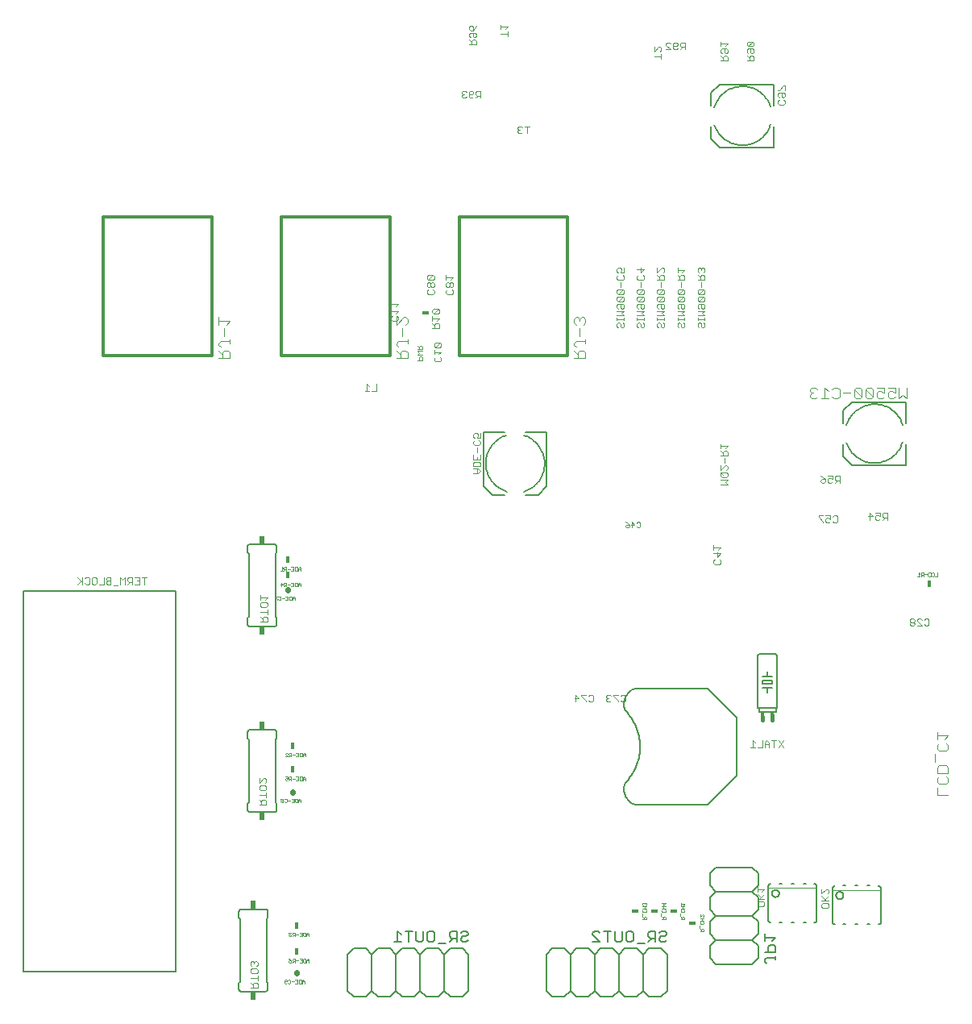
<source format=gbo>
G75*
G70*
%OFA0B0*%
%FSLAX24Y24*%
%IPPOS*%
%LPD*%
%AMOC8*
5,1,8,0,0,1.08239X$1,22.5*
%
%ADD10C,0.0030*%
%ADD11C,0.0220*%
%ADD12C,0.0010*%
%ADD13C,0.0080*%
%ADD14R,0.0180X0.0300*%
%ADD15R,0.0300X0.0180*%
%ADD16C,0.0060*%
%ADD17C,0.0050*%
%ADD18C,0.0040*%
%ADD19C,0.0020*%
%ADD20C,0.0160*%
%ADD21R,0.0160X0.0230*%
%ADD22R,0.0240X0.0340*%
%ADD23C,0.0120*%
D10*
X010528Y003509D02*
X010818Y003509D01*
X010818Y003655D01*
X010769Y003703D01*
X010673Y003703D01*
X010624Y003655D01*
X010624Y003509D01*
X010624Y003606D02*
X010528Y003703D01*
X010528Y003901D02*
X010818Y003901D01*
X010818Y003804D02*
X010818Y003998D01*
X010769Y004099D02*
X010576Y004099D01*
X010528Y004147D01*
X010528Y004244D01*
X010576Y004292D01*
X010769Y004292D01*
X010818Y004244D01*
X010818Y004147D01*
X010769Y004099D01*
X010769Y004393D02*
X010818Y004442D01*
X010818Y004539D01*
X010769Y004587D01*
X010721Y004587D01*
X010673Y004539D01*
X010624Y004587D01*
X010576Y004587D01*
X010528Y004539D01*
X010528Y004442D01*
X010576Y004393D01*
X010673Y004490D02*
X010673Y004539D01*
X010887Y011073D02*
X011177Y011073D01*
X011177Y011219D01*
X011129Y011267D01*
X011032Y011267D01*
X010984Y011219D01*
X010984Y011073D01*
X010984Y011170D02*
X010887Y011267D01*
X010887Y011465D02*
X011177Y011465D01*
X011177Y011368D02*
X011177Y011562D01*
X011129Y011663D02*
X010935Y011663D01*
X010887Y011711D01*
X010887Y011808D01*
X010935Y011856D01*
X011129Y011856D01*
X011177Y011808D01*
X011177Y011711D01*
X011129Y011663D01*
X011129Y011957D02*
X011177Y012006D01*
X011177Y012103D01*
X011129Y012151D01*
X011080Y012151D01*
X010887Y011957D01*
X010887Y012151D01*
X010936Y018647D02*
X011226Y018647D01*
X011226Y018792D01*
X011178Y018841D01*
X011081Y018841D01*
X011033Y018792D01*
X011033Y018647D01*
X011033Y018744D02*
X010936Y018841D01*
X010936Y019039D02*
X011226Y019039D01*
X011226Y019135D02*
X011226Y018942D01*
X011178Y019237D02*
X010984Y019237D01*
X010936Y019285D01*
X010936Y019382D01*
X010984Y019430D01*
X011178Y019430D01*
X011226Y019382D01*
X011226Y019285D01*
X011178Y019237D01*
X011130Y019531D02*
X011226Y019628D01*
X010936Y019628D01*
X010936Y019531D02*
X010936Y019725D01*
X006224Y020465D02*
X006030Y020465D01*
X006127Y020465D02*
X006127Y020175D01*
X005929Y020175D02*
X005736Y020175D01*
X005635Y020175D02*
X005635Y020465D01*
X005490Y020465D01*
X005441Y020417D01*
X005441Y020320D01*
X005490Y020272D01*
X005635Y020272D01*
X005538Y020272D02*
X005441Y020175D01*
X005340Y020175D02*
X005340Y020465D01*
X005243Y020369D01*
X005147Y020465D01*
X005147Y020175D01*
X005045Y020127D02*
X004852Y020127D01*
X004751Y020175D02*
X004606Y020175D01*
X004557Y020224D01*
X004557Y020272D01*
X004606Y020320D01*
X004751Y020320D01*
X004751Y020175D02*
X004751Y020465D01*
X004606Y020465D01*
X004557Y020417D01*
X004557Y020369D01*
X004606Y020320D01*
X004456Y020175D02*
X004263Y020175D01*
X004161Y020224D02*
X004113Y020175D01*
X004016Y020175D01*
X003968Y020224D01*
X003968Y020417D01*
X004016Y020465D01*
X004113Y020465D01*
X004161Y020417D01*
X004161Y020224D01*
X003867Y020224D02*
X003818Y020175D01*
X003722Y020175D01*
X003673Y020224D01*
X003572Y020272D02*
X003379Y020465D01*
X003572Y020465D02*
X003572Y020175D01*
X003524Y020320D02*
X003379Y020175D01*
X003673Y020417D02*
X003722Y020465D01*
X003818Y020465D01*
X003867Y020417D01*
X003867Y020224D01*
X004456Y020175D02*
X004456Y020465D01*
X005736Y020465D02*
X005929Y020465D01*
X005929Y020175D01*
X005929Y020320D02*
X005833Y020320D01*
X015253Y028168D02*
X015447Y028168D01*
X015350Y028168D02*
X015350Y028458D01*
X015447Y028362D01*
X015548Y028168D02*
X015741Y028168D01*
X015741Y028458D01*
X018123Y029436D02*
X018123Y029533D01*
X018171Y029581D01*
X018123Y029682D02*
X018123Y029876D01*
X018123Y029779D02*
X018413Y029779D01*
X018317Y029682D01*
X018365Y029581D02*
X018413Y029533D01*
X018413Y029436D01*
X018365Y029388D01*
X018171Y029388D01*
X018123Y029436D01*
X018171Y029977D02*
X018365Y030171D01*
X018171Y030171D01*
X018123Y030122D01*
X018123Y030026D01*
X018171Y029977D01*
X018365Y029977D01*
X018413Y030026D01*
X018413Y030122D01*
X018365Y030171D01*
X018335Y030779D02*
X018335Y030924D01*
X018287Y030972D01*
X018190Y030972D01*
X018142Y030924D01*
X018142Y030779D01*
X018142Y030876D02*
X018045Y030972D01*
X018045Y031074D02*
X018045Y031267D01*
X018045Y031170D02*
X018335Y031170D01*
X018239Y031074D01*
X018287Y031368D02*
X018335Y031417D01*
X018335Y031513D01*
X018287Y031562D01*
X018093Y031368D01*
X018045Y031417D01*
X018045Y031513D01*
X018093Y031562D01*
X018287Y031562D01*
X018287Y031368D02*
X018093Y031368D01*
X018045Y030779D02*
X018335Y030779D01*
X018071Y032167D02*
X017877Y032167D01*
X017829Y032216D01*
X017829Y032312D01*
X017877Y032361D01*
X017877Y032462D02*
X017926Y032462D01*
X017974Y032510D01*
X017974Y032607D01*
X017926Y032656D01*
X017877Y032656D01*
X017829Y032607D01*
X017829Y032510D01*
X017877Y032462D01*
X017974Y032510D02*
X018022Y032462D01*
X018071Y032462D01*
X018119Y032510D01*
X018119Y032607D01*
X018071Y032656D01*
X018022Y032656D01*
X017974Y032607D01*
X017877Y032757D02*
X018071Y032757D01*
X018119Y032805D01*
X018119Y032902D01*
X018071Y032950D01*
X017877Y032757D01*
X017829Y032805D01*
X017829Y032902D01*
X017877Y032950D01*
X018071Y032950D01*
X018616Y032950D02*
X018616Y032757D01*
X018616Y032853D02*
X018906Y032853D01*
X018810Y032757D01*
X018810Y032656D02*
X018761Y032607D01*
X018761Y032510D01*
X018810Y032462D01*
X018858Y032462D01*
X018906Y032510D01*
X018906Y032607D01*
X018858Y032656D01*
X018810Y032656D01*
X018761Y032607D02*
X018713Y032656D01*
X018665Y032656D01*
X018616Y032607D01*
X018616Y032510D01*
X018665Y032462D01*
X018713Y032462D01*
X018761Y032510D01*
X018665Y032361D02*
X018616Y032312D01*
X018616Y032216D01*
X018665Y032167D01*
X018858Y032167D01*
X018906Y032216D01*
X018906Y032312D01*
X018858Y032361D01*
X018119Y032312D02*
X018119Y032216D01*
X018071Y032167D01*
X018119Y032312D02*
X018071Y032361D01*
X016629Y031757D02*
X016339Y031757D01*
X016339Y031660D02*
X016339Y031854D01*
X016532Y031660D02*
X016629Y031757D01*
X016629Y031462D02*
X016339Y031462D01*
X016339Y031365D02*
X016339Y031559D01*
X016532Y031365D02*
X016629Y031462D01*
X016580Y031264D02*
X016629Y031216D01*
X016629Y031119D01*
X016580Y031071D01*
X016387Y031071D01*
X016339Y031119D01*
X016339Y031216D01*
X016387Y031264D01*
X019789Y026423D02*
X019741Y026374D01*
X019741Y026277D01*
X019789Y026229D01*
X019886Y026229D02*
X019935Y026326D01*
X019935Y026374D01*
X019886Y026423D01*
X019789Y026423D01*
X019886Y026229D02*
X020031Y026229D01*
X020031Y026423D01*
X019983Y026128D02*
X020031Y026079D01*
X020031Y025983D01*
X019983Y025934D01*
X019789Y025934D01*
X019741Y025983D01*
X019741Y026079D01*
X019789Y026128D01*
X019886Y025833D02*
X019886Y025640D01*
X019741Y025539D02*
X019741Y025345D01*
X020031Y025345D01*
X020031Y025539D01*
X019886Y025442D02*
X019886Y025345D01*
X019789Y025244D02*
X019983Y025244D01*
X020031Y025196D01*
X020031Y025050D01*
X019741Y025050D01*
X019741Y025196D01*
X019789Y025244D01*
X019741Y024949D02*
X019935Y024949D01*
X020031Y024852D01*
X019935Y024756D01*
X019741Y024756D01*
X019886Y024756D02*
X019886Y024949D01*
X025677Y030844D02*
X025726Y030795D01*
X025677Y030844D02*
X025677Y030940D01*
X025726Y030989D01*
X025774Y030989D01*
X025822Y030940D01*
X025822Y030844D01*
X025871Y030795D01*
X025919Y030795D01*
X025967Y030844D01*
X025967Y030940D01*
X025919Y030989D01*
X025967Y031090D02*
X025967Y031187D01*
X025967Y031138D02*
X025677Y031138D01*
X025677Y031090D02*
X025677Y031187D01*
X025677Y031286D02*
X025967Y031286D01*
X025871Y031383D01*
X025967Y031480D01*
X025677Y031480D01*
X025726Y031581D02*
X025677Y031629D01*
X025677Y031726D01*
X025726Y031775D01*
X025919Y031775D01*
X025967Y031726D01*
X025967Y031629D01*
X025919Y031581D01*
X025871Y031581D01*
X025822Y031629D01*
X025822Y031775D01*
X025726Y031876D02*
X025919Y032069D01*
X025726Y032069D01*
X025677Y032021D01*
X025677Y031924D01*
X025726Y031876D01*
X025919Y031876D01*
X025967Y031924D01*
X025967Y032021D01*
X025919Y032069D01*
X025919Y032170D02*
X025967Y032219D01*
X025967Y032315D01*
X025919Y032364D01*
X025726Y032170D01*
X025677Y032219D01*
X025677Y032315D01*
X025726Y032364D01*
X025919Y032364D01*
X025822Y032465D02*
X025822Y032659D01*
X025726Y032760D02*
X025677Y032808D01*
X025677Y032905D01*
X025726Y032953D01*
X025726Y033054D02*
X025677Y033103D01*
X025677Y033199D01*
X025726Y033248D01*
X025822Y033248D01*
X025871Y033199D01*
X025871Y033151D01*
X025822Y033054D01*
X025967Y033054D01*
X025967Y033248D01*
X025919Y032953D02*
X025967Y032905D01*
X025967Y032808D01*
X025919Y032760D01*
X025726Y032760D01*
X025726Y032170D02*
X025919Y032170D01*
X026514Y032219D02*
X026562Y032170D01*
X026756Y032364D01*
X026562Y032364D01*
X026514Y032315D01*
X026514Y032219D01*
X026562Y032170D02*
X026756Y032170D01*
X026804Y032219D01*
X026804Y032315D01*
X026756Y032364D01*
X026659Y032465D02*
X026659Y032659D01*
X026756Y032760D02*
X026562Y032760D01*
X026514Y032808D01*
X026514Y032905D01*
X026562Y032953D01*
X026659Y033054D02*
X026659Y033248D01*
X026804Y033199D02*
X026659Y033054D01*
X026756Y032953D02*
X026804Y032905D01*
X026804Y032808D01*
X026756Y032760D01*
X026804Y033199D02*
X026514Y033199D01*
X027350Y033248D02*
X027350Y033054D01*
X027544Y033248D01*
X027592Y033248D01*
X027641Y033199D01*
X027641Y033103D01*
X027592Y033054D01*
X027592Y032953D02*
X027496Y032953D01*
X027447Y032905D01*
X027447Y032760D01*
X027447Y032856D02*
X027350Y032953D01*
X027350Y032760D02*
X027641Y032760D01*
X027641Y032905D01*
X027592Y032953D01*
X027496Y032659D02*
X027496Y032465D01*
X027592Y032364D02*
X027399Y032170D01*
X027350Y032219D01*
X027350Y032315D01*
X027399Y032364D01*
X027592Y032364D01*
X027641Y032315D01*
X027641Y032219D01*
X027592Y032170D01*
X027399Y032170D01*
X027399Y032069D02*
X027350Y032021D01*
X027350Y031924D01*
X027399Y031876D01*
X027592Y032069D01*
X027399Y032069D01*
X027399Y031876D02*
X027592Y031876D01*
X027641Y031924D01*
X027641Y032021D01*
X027592Y032069D01*
X027592Y031775D02*
X027641Y031726D01*
X027641Y031629D01*
X027592Y031581D01*
X027544Y031581D01*
X027496Y031629D01*
X027496Y031775D01*
X027592Y031775D02*
X027399Y031775D01*
X027350Y031726D01*
X027350Y031629D01*
X027399Y031581D01*
X027350Y031480D02*
X027641Y031480D01*
X027544Y031383D01*
X027641Y031286D01*
X027350Y031286D01*
X027350Y031187D02*
X027350Y031090D01*
X027350Y031138D02*
X027641Y031138D01*
X027641Y031090D02*
X027641Y031187D01*
X027592Y030989D02*
X027641Y030940D01*
X027641Y030844D01*
X027592Y030795D01*
X027544Y030795D01*
X027496Y030844D01*
X027496Y030940D01*
X027447Y030989D01*
X027399Y030989D01*
X027350Y030940D01*
X027350Y030844D01*
X027399Y030795D01*
X026804Y030844D02*
X026756Y030795D01*
X026707Y030795D01*
X026659Y030844D01*
X026659Y030940D01*
X026611Y030989D01*
X026562Y030989D01*
X026514Y030940D01*
X026514Y030844D01*
X026562Y030795D01*
X026804Y030844D02*
X026804Y030940D01*
X026756Y030989D01*
X026804Y031090D02*
X026804Y031187D01*
X026804Y031138D02*
X026514Y031138D01*
X026514Y031090D02*
X026514Y031187D01*
X026514Y031286D02*
X026804Y031286D01*
X026707Y031383D01*
X026804Y031480D01*
X026514Y031480D01*
X026562Y031581D02*
X026514Y031629D01*
X026514Y031726D01*
X026562Y031775D01*
X026756Y031775D01*
X026804Y031726D01*
X026804Y031629D01*
X026756Y031581D01*
X026707Y031581D01*
X026659Y031629D01*
X026659Y031775D01*
X026756Y031876D02*
X026804Y031924D01*
X026804Y032021D01*
X026756Y032069D01*
X026562Y031876D01*
X026514Y031924D01*
X026514Y032021D01*
X026562Y032069D01*
X026756Y032069D01*
X026756Y031876D02*
X026562Y031876D01*
X028187Y031924D02*
X028235Y031876D01*
X028429Y032069D01*
X028235Y032069D01*
X028187Y032021D01*
X028187Y031924D01*
X028235Y031876D02*
X028429Y031876D01*
X028477Y031924D01*
X028477Y032021D01*
X028429Y032069D01*
X028429Y032170D02*
X028477Y032219D01*
X028477Y032315D01*
X028429Y032364D01*
X028235Y032170D01*
X028187Y032219D01*
X028187Y032315D01*
X028235Y032364D01*
X028429Y032364D01*
X028332Y032465D02*
X028332Y032659D01*
X028284Y032760D02*
X028284Y032905D01*
X028332Y032953D01*
X028429Y032953D01*
X028477Y032905D01*
X028477Y032760D01*
X028187Y032760D01*
X028284Y032856D02*
X028187Y032953D01*
X028187Y033054D02*
X028187Y033248D01*
X028187Y033151D02*
X028477Y033151D01*
X028381Y033054D01*
X029024Y033103D02*
X029072Y033054D01*
X029024Y033103D02*
X029024Y033199D01*
X029072Y033248D01*
X029120Y033248D01*
X029169Y033199D01*
X029169Y033151D01*
X029169Y033199D02*
X029217Y033248D01*
X029266Y033248D01*
X029314Y033199D01*
X029314Y033103D01*
X029266Y033054D01*
X029266Y032953D02*
X029169Y032953D01*
X029120Y032905D01*
X029120Y032760D01*
X029024Y032760D02*
X029314Y032760D01*
X029314Y032905D01*
X029266Y032953D01*
X029120Y032856D02*
X029024Y032953D01*
X029169Y032659D02*
X029169Y032465D01*
X029266Y032364D02*
X029072Y032170D01*
X029024Y032219D01*
X029024Y032315D01*
X029072Y032364D01*
X029266Y032364D01*
X029314Y032315D01*
X029314Y032219D01*
X029266Y032170D01*
X029072Y032170D01*
X029072Y032069D02*
X029024Y032021D01*
X029024Y031924D01*
X029072Y031876D01*
X029266Y032069D01*
X029072Y032069D01*
X029072Y031876D02*
X029266Y031876D01*
X029314Y031924D01*
X029314Y032021D01*
X029266Y032069D01*
X029266Y031775D02*
X029314Y031726D01*
X029314Y031629D01*
X029266Y031581D01*
X029217Y031581D01*
X029169Y031629D01*
X029169Y031775D01*
X029072Y031775D02*
X029266Y031775D01*
X029072Y031775D02*
X029024Y031726D01*
X029024Y031629D01*
X029072Y031581D01*
X029024Y031480D02*
X029314Y031480D01*
X029217Y031383D01*
X029314Y031286D01*
X029024Y031286D01*
X029024Y031187D02*
X029024Y031090D01*
X029024Y031138D02*
X029314Y031138D01*
X029314Y031090D02*
X029314Y031187D01*
X029266Y030989D02*
X029314Y030940D01*
X029314Y030844D01*
X029266Y030795D01*
X029217Y030795D01*
X029169Y030844D01*
X029169Y030940D01*
X029120Y030989D01*
X029072Y030989D01*
X029024Y030940D01*
X029024Y030844D01*
X029072Y030795D01*
X028477Y030844D02*
X028429Y030795D01*
X028381Y030795D01*
X028332Y030844D01*
X028332Y030940D01*
X028284Y030989D01*
X028235Y030989D01*
X028187Y030940D01*
X028187Y030844D01*
X028235Y030795D01*
X028477Y030844D02*
X028477Y030940D01*
X028429Y030989D01*
X028477Y031090D02*
X028477Y031187D01*
X028477Y031138D02*
X028187Y031138D01*
X028187Y031090D02*
X028187Y031187D01*
X028187Y031286D02*
X028477Y031286D01*
X028381Y031383D01*
X028477Y031480D01*
X028187Y031480D01*
X028235Y031581D02*
X028187Y031629D01*
X028187Y031726D01*
X028235Y031775D01*
X028429Y031775D01*
X028477Y031726D01*
X028477Y031629D01*
X028429Y031581D01*
X028381Y031581D01*
X028332Y031629D01*
X028332Y031775D01*
X028235Y032170D02*
X028429Y032170D01*
X029974Y025979D02*
X029974Y025786D01*
X029974Y025882D02*
X030264Y025882D01*
X030167Y025786D01*
X030119Y025685D02*
X030070Y025636D01*
X030070Y025491D01*
X029974Y025491D02*
X030264Y025491D01*
X030264Y025636D01*
X030216Y025685D01*
X030119Y025685D01*
X030070Y025588D02*
X029974Y025685D01*
X030119Y025390D02*
X030119Y025196D01*
X030167Y025095D02*
X030216Y025095D01*
X030264Y025047D01*
X030264Y024950D01*
X030216Y024902D01*
X030216Y024801D02*
X030022Y024801D01*
X029974Y024752D01*
X029974Y024655D01*
X030022Y024607D01*
X030216Y024607D01*
X030264Y024655D01*
X030264Y024752D01*
X030216Y024801D01*
X030070Y024704D02*
X029974Y024801D01*
X029974Y024902D02*
X030167Y025095D01*
X029974Y025095D02*
X029974Y024902D01*
X029974Y024506D02*
X030264Y024506D01*
X030167Y024409D01*
X030264Y024312D01*
X029974Y024312D01*
X029680Y021795D02*
X029680Y021601D01*
X029680Y021698D02*
X029970Y021698D01*
X029874Y021601D01*
X029825Y021500D02*
X029825Y021306D01*
X029970Y021452D01*
X029680Y021452D01*
X029728Y021205D02*
X029680Y021157D01*
X029680Y021060D01*
X029728Y021012D01*
X029922Y021012D01*
X029970Y021060D01*
X029970Y021157D01*
X029922Y021205D01*
X034018Y022974D02*
X034211Y022781D01*
X034211Y022732D01*
X034313Y022781D02*
X034361Y022732D01*
X034458Y022732D01*
X034506Y022781D01*
X034506Y022877D02*
X034409Y022926D01*
X034361Y022926D01*
X034313Y022877D01*
X034313Y022781D01*
X034506Y022877D02*
X034506Y023023D01*
X034313Y023023D01*
X034211Y023023D02*
X034018Y023023D01*
X034018Y022974D01*
X034607Y022974D02*
X034656Y023023D01*
X034752Y023023D01*
X034801Y022974D01*
X034801Y022781D01*
X034752Y022732D01*
X034656Y022732D01*
X034607Y022781D01*
X036074Y022991D02*
X036267Y022991D01*
X036122Y023136D01*
X036122Y022846D01*
X036368Y022894D02*
X036417Y022846D01*
X036513Y022846D01*
X036562Y022894D01*
X036562Y022991D02*
X036465Y023039D01*
X036417Y023039D01*
X036368Y022991D01*
X036368Y022894D01*
X036562Y022991D02*
X036562Y023136D01*
X036368Y023136D01*
X036663Y023088D02*
X036663Y022991D01*
X036711Y022943D01*
X036856Y022943D01*
X036760Y022943D02*
X036663Y022846D01*
X036856Y022846D02*
X036856Y023136D01*
X036711Y023136D01*
X036663Y023088D01*
X034888Y024371D02*
X034888Y024662D01*
X034743Y024662D01*
X034694Y024613D01*
X034694Y024517D01*
X034743Y024468D01*
X034888Y024468D01*
X034791Y024468D02*
X034694Y024371D01*
X034593Y024420D02*
X034545Y024371D01*
X034448Y024371D01*
X034400Y024420D01*
X034400Y024517D01*
X034448Y024565D01*
X034496Y024565D01*
X034593Y024517D01*
X034593Y024662D01*
X034400Y024662D01*
X034299Y024517D02*
X034202Y024613D01*
X034105Y024662D01*
X034153Y024517D02*
X034299Y024517D01*
X034299Y024420D01*
X034250Y024371D01*
X034153Y024371D01*
X034105Y024420D01*
X034105Y024468D01*
X034153Y024517D01*
X037846Y018758D02*
X037798Y018709D01*
X037798Y018661D01*
X037846Y018613D01*
X037943Y018613D01*
X037991Y018661D01*
X037991Y018709D01*
X037943Y018758D01*
X037846Y018758D01*
X037846Y018613D02*
X037798Y018564D01*
X037798Y018516D01*
X037846Y018467D01*
X037943Y018467D01*
X037991Y018516D01*
X037991Y018564D01*
X037943Y018613D01*
X038092Y018661D02*
X038092Y018709D01*
X038141Y018758D01*
X038237Y018758D01*
X038286Y018709D01*
X038387Y018709D02*
X038435Y018758D01*
X038532Y018758D01*
X038580Y018709D01*
X038580Y018516D01*
X038532Y018467D01*
X038435Y018467D01*
X038387Y018516D01*
X038286Y018467D02*
X038092Y018661D01*
X038092Y018467D02*
X038286Y018467D01*
X032570Y013726D02*
X032376Y013436D01*
X032570Y013436D02*
X032376Y013726D01*
X032275Y013726D02*
X032081Y013726D01*
X032178Y013726D02*
X032178Y013436D01*
X031980Y013436D02*
X031980Y013629D01*
X031884Y013726D01*
X031787Y013629D01*
X031787Y013436D01*
X031686Y013436D02*
X031492Y013436D01*
X031391Y013436D02*
X031198Y013436D01*
X031294Y013436D02*
X031294Y013726D01*
X031391Y013629D01*
X031686Y013726D02*
X031686Y013436D01*
X031787Y013581D02*
X031980Y013581D01*
X031487Y007659D02*
X031487Y007465D01*
X031487Y007562D02*
X031777Y007562D01*
X031680Y007465D01*
X031777Y007364D02*
X031583Y007171D01*
X031632Y007219D02*
X031487Y007364D01*
X031487Y007171D02*
X031777Y007171D01*
X031729Y007069D02*
X031777Y007021D01*
X031777Y006924D01*
X031729Y006876D01*
X031535Y006876D01*
X031487Y006924D01*
X031487Y007021D01*
X031535Y007069D01*
X031729Y007069D01*
X034144Y007092D02*
X034434Y007092D01*
X034386Y006991D02*
X034434Y006942D01*
X034434Y006846D01*
X034386Y006797D01*
X034193Y006797D01*
X034144Y006846D01*
X034144Y006942D01*
X034193Y006991D01*
X034386Y006991D01*
X034241Y007092D02*
X034434Y007285D01*
X034386Y007386D02*
X034434Y007435D01*
X034434Y007532D01*
X034386Y007580D01*
X034338Y007580D01*
X034144Y007386D01*
X034144Y007580D01*
X034144Y007285D02*
X034289Y007140D01*
X026031Y015366D02*
X025983Y015318D01*
X025886Y015318D01*
X025838Y015366D01*
X025737Y015366D02*
X025737Y015318D01*
X025737Y015366D02*
X025543Y015560D01*
X025543Y015608D01*
X025737Y015608D01*
X025838Y015560D02*
X025886Y015608D01*
X025983Y015608D01*
X026031Y015560D01*
X026031Y015366D01*
X025442Y015366D02*
X025393Y015318D01*
X025297Y015318D01*
X025248Y015366D01*
X025248Y015415D01*
X025297Y015463D01*
X025345Y015463D01*
X025297Y015463D02*
X025248Y015511D01*
X025248Y015560D01*
X025297Y015608D01*
X025393Y015608D01*
X025442Y015560D01*
X024702Y015560D02*
X024702Y015366D01*
X024654Y015318D01*
X024557Y015318D01*
X024509Y015366D01*
X024408Y015366D02*
X024408Y015318D01*
X024408Y015366D02*
X024214Y015560D01*
X024214Y015608D01*
X024408Y015608D01*
X024509Y015560D02*
X024557Y015608D01*
X024654Y015608D01*
X024702Y015560D01*
X024113Y015463D02*
X023920Y015463D01*
X023968Y015608D02*
X024113Y015463D01*
X023968Y015318D02*
X023968Y015608D01*
X021970Y038819D02*
X021970Y039109D01*
X021874Y039109D02*
X022067Y039109D01*
X021773Y039061D02*
X021724Y039109D01*
X021627Y039109D01*
X021579Y039061D01*
X021579Y039012D01*
X021627Y038964D01*
X021579Y038916D01*
X021579Y038867D01*
X021627Y038819D01*
X021724Y038819D01*
X021773Y038867D01*
X021676Y038964D02*
X021627Y038964D01*
X020043Y040283D02*
X020043Y040573D01*
X019898Y040573D01*
X019850Y040525D01*
X019850Y040428D01*
X019898Y040380D01*
X020043Y040380D01*
X019947Y040380D02*
X019850Y040283D01*
X019749Y040331D02*
X019700Y040283D01*
X019604Y040283D01*
X019555Y040331D01*
X019555Y040525D01*
X019604Y040573D01*
X019700Y040573D01*
X019749Y040525D01*
X019749Y040477D01*
X019700Y040428D01*
X019555Y040428D01*
X019454Y040331D02*
X019406Y040283D01*
X019309Y040283D01*
X019261Y040331D01*
X019261Y040380D01*
X019309Y040428D01*
X019357Y040428D01*
X019309Y040428D02*
X019261Y040477D01*
X019261Y040525D01*
X019309Y040573D01*
X019406Y040573D01*
X019454Y040525D01*
X019575Y042488D02*
X019865Y042488D01*
X019865Y042633D01*
X019817Y042682D01*
X019720Y042682D01*
X019672Y042633D01*
X019672Y042488D01*
X019672Y042585D02*
X019575Y042682D01*
X019623Y042783D02*
X019575Y042831D01*
X019575Y042928D01*
X019623Y042976D01*
X019817Y042976D01*
X019865Y042928D01*
X019865Y042831D01*
X019817Y042783D01*
X019768Y042783D01*
X019720Y042831D01*
X019720Y042976D01*
X019720Y043078D02*
X019720Y043223D01*
X019672Y043271D01*
X019623Y043271D01*
X019575Y043223D01*
X019575Y043126D01*
X019623Y043078D01*
X019720Y043078D01*
X019817Y043174D01*
X019865Y043271D01*
X020862Y043313D02*
X020862Y043119D01*
X020862Y043216D02*
X021152Y043216D01*
X021056Y043119D01*
X021152Y043018D02*
X021152Y042825D01*
X021152Y042922D02*
X020862Y042922D01*
X027221Y042398D02*
X027221Y042204D01*
X027414Y042398D01*
X027462Y042398D01*
X027511Y042349D01*
X027511Y042253D01*
X027462Y042204D01*
X027511Y042103D02*
X027511Y041909D01*
X027511Y042006D02*
X027221Y042006D01*
X027709Y042286D02*
X027902Y042286D01*
X027709Y042480D01*
X027709Y042528D01*
X027757Y042577D01*
X027854Y042577D01*
X027902Y042528D01*
X028004Y042528D02*
X028052Y042577D01*
X028149Y042577D01*
X028197Y042528D01*
X028197Y042480D01*
X028149Y042431D01*
X028004Y042431D01*
X028004Y042335D02*
X028004Y042528D01*
X028004Y042335D02*
X028052Y042286D01*
X028149Y042286D01*
X028197Y042335D01*
X028298Y042286D02*
X028395Y042383D01*
X028347Y042383D02*
X028492Y042383D01*
X028492Y042286D02*
X028492Y042577D01*
X028347Y042577D01*
X028298Y042528D01*
X028298Y042431D01*
X028347Y042383D01*
X029975Y042418D02*
X029975Y042611D01*
X029975Y042515D02*
X030266Y042515D01*
X030169Y042418D01*
X030217Y042317D02*
X030266Y042268D01*
X030266Y042172D01*
X030217Y042123D01*
X030169Y042123D01*
X030120Y042172D01*
X030120Y042317D01*
X030024Y042317D02*
X030217Y042317D01*
X030024Y042317D02*
X029975Y042268D01*
X029975Y042172D01*
X030024Y042123D01*
X029975Y042022D02*
X030072Y041925D01*
X030072Y041974D02*
X030072Y041829D01*
X029975Y041829D02*
X030266Y041829D01*
X030266Y041974D01*
X030217Y042022D01*
X030120Y042022D01*
X030072Y041974D01*
X031058Y042022D02*
X031155Y041925D01*
X031155Y041974D02*
X031155Y041829D01*
X031058Y041829D02*
X031348Y041829D01*
X031348Y041974D01*
X031300Y042022D01*
X031203Y042022D01*
X031155Y041974D01*
X031106Y042123D02*
X031058Y042172D01*
X031058Y042268D01*
X031106Y042317D01*
X031300Y042317D01*
X031348Y042268D01*
X031348Y042172D01*
X031300Y042123D01*
X031251Y042123D01*
X031203Y042172D01*
X031203Y042317D01*
X031106Y042418D02*
X031300Y042611D01*
X031106Y042611D01*
X031058Y042563D01*
X031058Y042466D01*
X031106Y042418D01*
X031300Y042418D01*
X031348Y042466D01*
X031348Y042563D01*
X031300Y042611D01*
X032581Y040793D02*
X032388Y040599D01*
X032339Y040599D01*
X032388Y040498D02*
X032581Y040498D01*
X032630Y040450D01*
X032630Y040353D01*
X032581Y040304D01*
X032533Y040304D01*
X032485Y040353D01*
X032485Y040498D01*
X032388Y040498D02*
X032339Y040450D01*
X032339Y040353D01*
X032388Y040304D01*
X032388Y040203D02*
X032339Y040155D01*
X032339Y040058D01*
X032388Y040010D01*
X032581Y040010D01*
X032630Y040058D01*
X032630Y040155D01*
X032581Y040203D01*
X032630Y040599D02*
X032630Y040793D01*
X032581Y040793D01*
D11*
X012076Y019969D02*
X012076Y019945D01*
X012272Y011603D02*
X012272Y011579D01*
X012420Y004123D02*
X012420Y004099D01*
D12*
X012370Y003828D02*
X012470Y003828D01*
X012470Y003678D01*
X012370Y003678D01*
X012323Y003753D02*
X012223Y003753D01*
X012176Y003803D02*
X012176Y003703D01*
X012151Y003678D01*
X012101Y003678D01*
X012076Y003703D01*
X012028Y003703D02*
X012003Y003678D01*
X011953Y003678D01*
X011928Y003703D01*
X011928Y003803D01*
X011953Y003828D01*
X012003Y003828D01*
X012028Y003803D01*
X012028Y003778D01*
X012003Y003753D01*
X011928Y003753D01*
X012076Y003803D02*
X012101Y003828D01*
X012151Y003828D01*
X012176Y003803D01*
X012420Y003753D02*
X012470Y003753D01*
X012518Y003803D02*
X012543Y003828D01*
X012618Y003828D01*
X012618Y003678D01*
X012543Y003678D01*
X012518Y003703D01*
X012518Y003803D01*
X012665Y003778D02*
X012665Y003678D01*
X012665Y003753D02*
X012765Y003753D01*
X012765Y003778D02*
X012715Y003828D01*
X012665Y003778D01*
X012765Y003778D02*
X012765Y003678D01*
X012802Y004542D02*
X012727Y004542D01*
X012702Y004567D01*
X012702Y004667D01*
X012727Y004692D01*
X012802Y004692D01*
X012802Y004542D01*
X012849Y004542D02*
X012849Y004642D01*
X012899Y004692D01*
X012949Y004642D01*
X012949Y004542D01*
X012949Y004617D02*
X012849Y004617D01*
X012654Y004617D02*
X012604Y004617D01*
X012554Y004692D02*
X012654Y004692D01*
X012654Y004542D01*
X012554Y004542D01*
X012507Y004617D02*
X012407Y004617D01*
X012360Y004592D02*
X012285Y004592D01*
X012260Y004617D01*
X012260Y004667D01*
X012285Y004692D01*
X012360Y004692D01*
X012360Y004542D01*
X012310Y004592D02*
X012260Y004542D01*
X012212Y004567D02*
X012187Y004542D01*
X012137Y004542D01*
X012112Y004567D01*
X012112Y004592D01*
X012137Y004617D01*
X012212Y004617D01*
X012212Y004567D01*
X012212Y004617D02*
X012162Y004667D01*
X012112Y004692D01*
X012137Y005625D02*
X012187Y005625D01*
X012212Y005650D01*
X012260Y005625D02*
X012310Y005675D01*
X012285Y005675D02*
X012360Y005675D01*
X012360Y005625D02*
X012360Y005775D01*
X012285Y005775D01*
X012260Y005750D01*
X012260Y005700D01*
X012285Y005675D01*
X012212Y005750D02*
X012187Y005775D01*
X012137Y005775D01*
X012112Y005750D01*
X012112Y005725D01*
X012137Y005700D01*
X012112Y005675D01*
X012112Y005650D01*
X012137Y005625D01*
X012137Y005700D02*
X012162Y005700D01*
X012407Y005700D02*
X012507Y005700D01*
X012554Y005775D02*
X012654Y005775D01*
X012654Y005625D01*
X012554Y005625D01*
X012604Y005700D02*
X012654Y005700D01*
X012702Y005750D02*
X012727Y005775D01*
X012802Y005775D01*
X012802Y005625D01*
X012727Y005625D01*
X012702Y005650D01*
X012702Y005750D01*
X012849Y005725D02*
X012849Y005625D01*
X012849Y005700D02*
X012949Y005700D01*
X012949Y005725D02*
X012899Y005775D01*
X012849Y005725D01*
X012949Y005725D02*
X012949Y005625D01*
X012617Y011158D02*
X012617Y011258D01*
X012567Y011308D01*
X012517Y011258D01*
X012517Y011158D01*
X012470Y011158D02*
X012395Y011158D01*
X012370Y011183D01*
X012370Y011283D01*
X012395Y011308D01*
X012470Y011308D01*
X012470Y011158D01*
X012517Y011233D02*
X012617Y011233D01*
X012323Y011233D02*
X012273Y011233D01*
X012323Y011158D02*
X012223Y011158D01*
X012175Y011233D02*
X012075Y011233D01*
X012028Y011183D02*
X012003Y011158D01*
X011953Y011158D01*
X011928Y011183D01*
X011881Y011183D02*
X011881Y011208D01*
X011856Y011233D01*
X011806Y011233D01*
X011781Y011208D01*
X011781Y011183D01*
X011806Y011158D01*
X011856Y011158D01*
X011881Y011183D01*
X011856Y011233D02*
X011881Y011258D01*
X011881Y011283D01*
X011856Y011308D01*
X011806Y011308D01*
X011781Y011283D01*
X011781Y011258D01*
X011806Y011233D01*
X011928Y011283D02*
X011953Y011308D01*
X012003Y011308D01*
X012028Y011283D01*
X012028Y011183D01*
X012223Y011308D02*
X012323Y011308D01*
X012323Y011158D01*
X012407Y012071D02*
X012507Y012071D01*
X012507Y012222D01*
X012407Y012222D01*
X012359Y012146D02*
X012259Y012146D01*
X012212Y012121D02*
X012137Y012121D01*
X012112Y012146D01*
X012112Y012196D01*
X012137Y012222D01*
X012212Y012222D01*
X012212Y012071D01*
X012162Y012121D02*
X012112Y012071D01*
X012065Y012096D02*
X012040Y012071D01*
X011990Y012071D01*
X011965Y012096D01*
X011965Y012146D01*
X011990Y012171D01*
X012015Y012171D01*
X012065Y012146D01*
X012065Y012222D01*
X011965Y012222D01*
X012457Y012146D02*
X012507Y012146D01*
X012554Y012096D02*
X012554Y012196D01*
X012579Y012222D01*
X012654Y012222D01*
X012654Y012071D01*
X012579Y012071D01*
X012554Y012096D01*
X012701Y012071D02*
X012701Y012171D01*
X012751Y012222D01*
X012801Y012171D01*
X012801Y012071D01*
X012801Y012146D02*
X012701Y012146D01*
X012701Y013056D02*
X012701Y013156D01*
X012751Y013206D01*
X012801Y013156D01*
X012801Y013056D01*
X012801Y013131D02*
X012701Y013131D01*
X012654Y013206D02*
X012654Y013056D01*
X012579Y013056D01*
X012554Y013081D01*
X012554Y013181D01*
X012579Y013206D01*
X012654Y013206D01*
X012507Y013206D02*
X012507Y013056D01*
X012407Y013056D01*
X012359Y013131D02*
X012259Y013131D01*
X012212Y013106D02*
X012137Y013106D01*
X012112Y013131D01*
X012112Y013181D01*
X012137Y013206D01*
X012212Y013206D01*
X012212Y013056D01*
X012162Y013106D02*
X012112Y013056D01*
X012065Y013056D02*
X011965Y013156D01*
X011965Y013181D01*
X011990Y013206D01*
X012040Y013206D01*
X012065Y013181D01*
X012065Y013056D02*
X011965Y013056D01*
X012407Y013206D02*
X012507Y013206D01*
X012507Y013131D02*
X012457Y013131D01*
X012371Y019524D02*
X012371Y019624D01*
X012321Y019674D01*
X012271Y019624D01*
X012271Y019524D01*
X012224Y019524D02*
X012149Y019524D01*
X012124Y019549D01*
X012124Y019649D01*
X012149Y019674D01*
X012224Y019674D01*
X012224Y019524D01*
X012271Y019599D02*
X012371Y019599D01*
X012077Y019599D02*
X012027Y019599D01*
X012077Y019674D02*
X012077Y019524D01*
X011977Y019524D01*
X011929Y019599D02*
X011829Y019599D01*
X011782Y019649D02*
X011782Y019549D01*
X011757Y019524D01*
X011707Y019524D01*
X011682Y019549D01*
X011635Y019549D02*
X011635Y019524D01*
X011635Y019549D02*
X011535Y019649D01*
X011535Y019674D01*
X011635Y019674D01*
X011682Y019649D02*
X011707Y019674D01*
X011757Y019674D01*
X011782Y019649D01*
X011977Y019674D02*
X012077Y019674D01*
X012015Y020093D02*
X012015Y020243D01*
X011940Y020243D01*
X011915Y020218D01*
X011915Y020168D01*
X011940Y020143D01*
X012015Y020143D01*
X011965Y020143D02*
X011915Y020093D01*
X011868Y020168D02*
X011768Y020168D01*
X011793Y020093D02*
X011793Y020243D01*
X011868Y020168D01*
X012062Y020168D02*
X012163Y020168D01*
X012210Y020093D02*
X012310Y020093D01*
X012310Y020243D01*
X012210Y020243D01*
X012260Y020168D02*
X012310Y020168D01*
X012357Y020118D02*
X012357Y020218D01*
X012382Y020243D01*
X012457Y020243D01*
X012457Y020093D01*
X012382Y020093D01*
X012357Y020118D01*
X012504Y020093D02*
X012504Y020193D01*
X012555Y020243D01*
X012605Y020193D01*
X012605Y020093D01*
X012605Y020168D02*
X012504Y020168D01*
X012504Y020733D02*
X012504Y020833D01*
X012555Y020883D01*
X012605Y020833D01*
X012605Y020733D01*
X012605Y020808D02*
X012504Y020808D01*
X012457Y020883D02*
X012382Y020883D01*
X012357Y020858D01*
X012357Y020758D01*
X012382Y020733D01*
X012457Y020733D01*
X012457Y020883D01*
X012310Y020883D02*
X012310Y020733D01*
X012210Y020733D01*
X012163Y020808D02*
X012062Y020808D01*
X012015Y020783D02*
X011940Y020783D01*
X011915Y020808D01*
X011915Y020858D01*
X011940Y020883D01*
X012015Y020883D01*
X012015Y020733D01*
X011965Y020783D02*
X011915Y020733D01*
X011868Y020733D02*
X011768Y020733D01*
X011818Y020733D02*
X011818Y020883D01*
X011868Y020833D01*
X012210Y020883D02*
X012310Y020883D01*
X012310Y020808D02*
X012260Y020808D01*
X026751Y006989D02*
X026751Y006939D01*
X026776Y006914D01*
X026751Y006867D02*
X026901Y006867D01*
X026876Y006914D02*
X026901Y006939D01*
X026901Y006989D01*
X026876Y007014D01*
X026851Y007014D01*
X026826Y006989D01*
X026801Y007014D01*
X026776Y007014D01*
X026751Y006989D01*
X026826Y006989D02*
X026826Y006964D01*
X026826Y006867D02*
X026826Y006767D01*
X026876Y006720D02*
X026901Y006695D01*
X026901Y006645D01*
X026876Y006620D01*
X026776Y006620D01*
X026751Y006645D01*
X026751Y006695D01*
X026776Y006720D01*
X026751Y006767D02*
X026901Y006767D01*
X026726Y006572D02*
X026726Y006472D01*
X026751Y006425D02*
X026801Y006375D01*
X026801Y006400D02*
X026801Y006325D01*
X026751Y006325D02*
X026901Y006325D01*
X026901Y006400D01*
X026876Y006425D01*
X026826Y006425D01*
X026801Y006400D01*
X027513Y006472D02*
X027513Y006572D01*
X027563Y006620D02*
X027538Y006645D01*
X027538Y006695D01*
X027563Y006720D01*
X027538Y006767D02*
X027688Y006767D01*
X027663Y006720D02*
X027688Y006695D01*
X027688Y006645D01*
X027663Y006620D01*
X027563Y006620D01*
X027613Y006767D02*
X027613Y006867D01*
X027613Y006914D02*
X027613Y007014D01*
X027538Y006989D02*
X027688Y006989D01*
X027613Y006914D01*
X027688Y006867D02*
X027538Y006867D01*
X027538Y006425D02*
X027588Y006375D01*
X027588Y006400D02*
X027588Y006325D01*
X027538Y006325D02*
X027688Y006325D01*
X027688Y006400D01*
X027663Y006425D01*
X027613Y006425D01*
X027588Y006400D01*
X028300Y006472D02*
X028300Y006572D01*
X028350Y006620D02*
X028325Y006645D01*
X028325Y006695D01*
X028350Y006720D01*
X028325Y006767D02*
X028476Y006767D01*
X028451Y006720D02*
X028476Y006695D01*
X028476Y006645D01*
X028451Y006620D01*
X028350Y006620D01*
X028401Y006767D02*
X028401Y006867D01*
X028426Y006914D02*
X028476Y006964D01*
X028325Y006964D01*
X028325Y006914D02*
X028325Y007014D01*
X028325Y006867D02*
X028476Y006867D01*
X028451Y006425D02*
X028401Y006425D01*
X028376Y006400D01*
X028376Y006325D01*
X028376Y006375D02*
X028325Y006425D01*
X028325Y006325D02*
X028476Y006325D01*
X028476Y006400D01*
X028451Y006425D01*
X029118Y006417D02*
X029218Y006517D01*
X029243Y006517D01*
X029268Y006492D01*
X029268Y006442D01*
X029243Y006417D01*
X029268Y006370D02*
X029118Y006370D01*
X029118Y006417D02*
X029118Y006517D01*
X029193Y006370D02*
X029193Y006270D01*
X029243Y006223D02*
X029268Y006198D01*
X029268Y006148D01*
X029243Y006123D01*
X029143Y006123D01*
X029118Y006148D01*
X029118Y006198D01*
X029143Y006223D01*
X029118Y006270D02*
X029268Y006270D01*
X029093Y006075D02*
X029093Y005975D01*
X029118Y005928D02*
X029168Y005878D01*
X029168Y005903D02*
X029168Y005828D01*
X029118Y005828D02*
X029268Y005828D01*
X029268Y005903D01*
X029243Y005928D01*
X029193Y005928D01*
X029168Y005903D01*
X038109Y020509D02*
X038210Y020509D01*
X038257Y020509D02*
X038307Y020559D01*
X038282Y020559D02*
X038357Y020559D01*
X038357Y020509D02*
X038357Y020659D01*
X038282Y020659D01*
X038257Y020634D01*
X038257Y020584D01*
X038282Y020559D01*
X038210Y020609D02*
X038160Y020659D01*
X038160Y020509D01*
X038404Y020584D02*
X038504Y020584D01*
X038551Y020634D02*
X038576Y020659D01*
X038652Y020659D01*
X038652Y020509D01*
X038576Y020509D01*
X038551Y020534D01*
X038551Y020634D01*
X038699Y020634D02*
X038724Y020659D01*
X038774Y020659D01*
X038799Y020634D01*
X038799Y020534D01*
X038774Y020509D01*
X038724Y020509D01*
X038699Y020534D01*
X038846Y020509D02*
X038946Y020509D01*
X038946Y020659D01*
D13*
X037637Y025105D02*
X035393Y025105D01*
X035038Y025459D01*
X035038Y025971D01*
X035038Y026837D02*
X035038Y027349D01*
X035393Y027704D01*
X037637Y027704D01*
X037637Y026837D01*
X037637Y025971D02*
X037637Y025105D01*
X037498Y026778D02*
X037475Y026843D01*
X037449Y026906D01*
X037419Y026967D01*
X037385Y027027D01*
X037349Y027085D01*
X037309Y027141D01*
X037266Y027194D01*
X037220Y027245D01*
X037171Y027293D01*
X037120Y027338D01*
X037066Y027381D01*
X037010Y027420D01*
X036952Y027456D01*
X036891Y027489D01*
X036829Y027518D01*
X036766Y027544D01*
X036701Y027566D01*
X036635Y027585D01*
X036568Y027599D01*
X036501Y027610D01*
X036432Y027617D01*
X036364Y027621D01*
X036295Y027620D01*
X036227Y027616D01*
X036159Y027607D01*
X036092Y027595D01*
X036025Y027580D01*
X035959Y027560D01*
X035895Y027537D01*
X035832Y027510D01*
X035770Y027479D01*
X035711Y027446D01*
X035653Y027409D01*
X035598Y027368D01*
X035545Y027325D01*
X035494Y027279D01*
X035446Y027230D01*
X035401Y027178D01*
X035359Y027124D01*
X035320Y027068D01*
X035284Y027009D01*
X035252Y026949D01*
X035223Y026887D01*
X035197Y026823D01*
X035176Y026758D01*
X035176Y026030D02*
X035199Y025965D01*
X035225Y025902D01*
X035255Y025841D01*
X035289Y025781D01*
X035325Y025723D01*
X035365Y025667D01*
X035408Y025614D01*
X035454Y025563D01*
X035503Y025515D01*
X035554Y025470D01*
X035608Y025427D01*
X035664Y025388D01*
X035722Y025352D01*
X035783Y025319D01*
X035845Y025290D01*
X035908Y025264D01*
X035973Y025242D01*
X036039Y025223D01*
X036106Y025209D01*
X036173Y025198D01*
X036242Y025191D01*
X036310Y025187D01*
X036379Y025188D01*
X036447Y025192D01*
X036515Y025201D01*
X036582Y025213D01*
X036649Y025228D01*
X036715Y025248D01*
X036779Y025271D01*
X036842Y025298D01*
X036904Y025329D01*
X036963Y025362D01*
X037021Y025399D01*
X037076Y025440D01*
X037129Y025483D01*
X037180Y025529D01*
X037228Y025578D01*
X037273Y025630D01*
X037315Y025684D01*
X037354Y025740D01*
X037390Y025799D01*
X037422Y025859D01*
X037451Y025921D01*
X037477Y025985D01*
X037498Y026050D01*
X029419Y015861D02*
X026419Y015861D01*
X026371Y015840D01*
X026325Y015816D01*
X026281Y015789D01*
X026239Y015758D01*
X026199Y015724D01*
X026162Y015688D01*
X026128Y015649D01*
X026097Y015607D01*
X026069Y015563D01*
X026044Y015517D01*
X026023Y015470D01*
X026005Y015421D01*
X025992Y015371D01*
X025981Y015319D01*
X025975Y015268D01*
X025973Y015216D01*
X025975Y015164D01*
X025980Y015112D01*
X025989Y015061D01*
X026003Y015010D01*
X026019Y014961D01*
X026088Y014888D01*
X026155Y014811D01*
X026217Y014732D01*
X026276Y014650D01*
X026330Y014565D01*
X026381Y014477D01*
X026427Y014388D01*
X026469Y014296D01*
X026506Y014202D01*
X026539Y014107D01*
X026568Y014010D01*
X026592Y013912D01*
X026611Y013813D01*
X026625Y013713D01*
X026635Y013612D01*
X026639Y013511D01*
X026639Y013411D01*
X026635Y013310D01*
X026625Y013209D01*
X026611Y013109D01*
X026592Y013010D01*
X026568Y012912D01*
X026539Y012815D01*
X026506Y012720D01*
X026469Y012626D01*
X026427Y012534D01*
X026381Y012445D01*
X026330Y012357D01*
X026276Y012272D01*
X026217Y012190D01*
X026155Y012111D01*
X026088Y012034D01*
X026019Y011961D01*
X026003Y011912D01*
X025989Y011861D01*
X025980Y011810D01*
X025975Y011758D01*
X025973Y011706D01*
X025975Y011654D01*
X025981Y011603D01*
X025992Y011551D01*
X026005Y011501D01*
X026023Y011452D01*
X026044Y011405D01*
X026069Y011359D01*
X026097Y011315D01*
X026128Y011273D01*
X026162Y011234D01*
X026199Y011198D01*
X026239Y011164D01*
X026281Y011133D01*
X026325Y011106D01*
X026371Y011082D01*
X026419Y011061D01*
X029419Y011061D01*
X030619Y012261D01*
X030619Y014661D01*
X029419Y015861D01*
X022420Y023875D02*
X021908Y023875D01*
X022420Y023875D02*
X022774Y024229D01*
X022774Y026473D01*
X021908Y026473D01*
X021042Y026473D02*
X020176Y026473D01*
X020176Y024229D01*
X020530Y023875D01*
X021042Y023875D01*
X021849Y024013D02*
X021914Y024036D01*
X021977Y024062D01*
X022038Y024092D01*
X022098Y024126D01*
X022156Y024162D01*
X022212Y024202D01*
X022265Y024245D01*
X022316Y024291D01*
X022364Y024340D01*
X022409Y024391D01*
X022452Y024445D01*
X022491Y024501D01*
X022527Y024559D01*
X022560Y024620D01*
X022589Y024682D01*
X022615Y024745D01*
X022637Y024810D01*
X022656Y024876D01*
X022670Y024943D01*
X022681Y025010D01*
X022688Y025079D01*
X022692Y025147D01*
X022691Y025216D01*
X022687Y025284D01*
X022678Y025352D01*
X022666Y025419D01*
X022651Y025486D01*
X022631Y025552D01*
X022608Y025616D01*
X022581Y025679D01*
X022550Y025741D01*
X022517Y025800D01*
X022480Y025858D01*
X022439Y025913D01*
X022396Y025966D01*
X022350Y026017D01*
X022301Y026065D01*
X022249Y026110D01*
X022195Y026152D01*
X022139Y026191D01*
X022080Y026227D01*
X022020Y026259D01*
X021958Y026288D01*
X021894Y026314D01*
X021829Y026335D01*
X021101Y026335D02*
X021036Y026312D01*
X020973Y026286D01*
X020912Y026256D01*
X020852Y026222D01*
X020794Y026186D01*
X020738Y026146D01*
X020685Y026103D01*
X020634Y026057D01*
X020586Y026008D01*
X020541Y025957D01*
X020498Y025903D01*
X020459Y025847D01*
X020423Y025789D01*
X020390Y025728D01*
X020361Y025666D01*
X020335Y025603D01*
X020313Y025538D01*
X020294Y025472D01*
X020280Y025405D01*
X020269Y025338D01*
X020262Y025269D01*
X020258Y025201D01*
X020259Y025132D01*
X020263Y025064D01*
X020272Y024996D01*
X020284Y024929D01*
X020299Y024862D01*
X020319Y024796D01*
X020342Y024732D01*
X020369Y024669D01*
X020400Y024607D01*
X020433Y024548D01*
X020470Y024490D01*
X020511Y024435D01*
X020554Y024382D01*
X020600Y024331D01*
X020649Y024283D01*
X020701Y024238D01*
X020755Y024196D01*
X020811Y024157D01*
X020870Y024121D01*
X020930Y024089D01*
X020992Y024060D01*
X021056Y024034D01*
X021121Y024013D01*
X029930Y038245D02*
X029576Y038599D01*
X029576Y039111D01*
X029930Y038245D02*
X032174Y038245D01*
X032174Y039111D01*
X032174Y039977D02*
X032174Y040843D01*
X029930Y040843D01*
X029576Y040489D01*
X029576Y039977D01*
X029714Y039170D02*
X029737Y039105D01*
X029763Y039042D01*
X029793Y038981D01*
X029827Y038921D01*
X029863Y038863D01*
X029903Y038807D01*
X029946Y038754D01*
X029992Y038703D01*
X030041Y038655D01*
X030092Y038610D01*
X030146Y038567D01*
X030202Y038528D01*
X030260Y038492D01*
X030321Y038459D01*
X030383Y038430D01*
X030446Y038404D01*
X030511Y038382D01*
X030577Y038363D01*
X030644Y038349D01*
X030711Y038338D01*
X030780Y038331D01*
X030848Y038327D01*
X030917Y038328D01*
X030985Y038332D01*
X031053Y038341D01*
X031120Y038353D01*
X031187Y038368D01*
X031253Y038388D01*
X031317Y038411D01*
X031380Y038438D01*
X031442Y038469D01*
X031501Y038502D01*
X031559Y038539D01*
X031614Y038580D01*
X031667Y038623D01*
X031718Y038669D01*
X031766Y038718D01*
X031811Y038770D01*
X031853Y038824D01*
X031892Y038880D01*
X031928Y038939D01*
X031960Y038999D01*
X031989Y039061D01*
X032015Y039125D01*
X032036Y039190D01*
X032036Y039918D02*
X032013Y039983D01*
X031987Y040046D01*
X031957Y040107D01*
X031923Y040167D01*
X031887Y040225D01*
X031847Y040281D01*
X031804Y040334D01*
X031758Y040385D01*
X031709Y040433D01*
X031658Y040478D01*
X031604Y040521D01*
X031548Y040560D01*
X031490Y040596D01*
X031429Y040629D01*
X031367Y040658D01*
X031304Y040684D01*
X031239Y040706D01*
X031173Y040725D01*
X031106Y040739D01*
X031039Y040750D01*
X030970Y040757D01*
X030902Y040761D01*
X030833Y040760D01*
X030765Y040756D01*
X030697Y040747D01*
X030630Y040735D01*
X030563Y040720D01*
X030497Y040700D01*
X030433Y040677D01*
X030370Y040650D01*
X030308Y040619D01*
X030249Y040586D01*
X030191Y040549D01*
X030136Y040508D01*
X030083Y040465D01*
X030032Y040419D01*
X029984Y040370D01*
X029939Y040318D01*
X029897Y040264D01*
X029858Y040208D01*
X029822Y040149D01*
X029790Y040089D01*
X029761Y040027D01*
X029735Y039963D01*
X029714Y039898D01*
D14*
X012076Y021188D03*
X012076Y020548D03*
X012272Y013511D03*
X012272Y012526D03*
X012420Y006080D03*
X012420Y004997D03*
X038601Y020204D03*
D15*
X028020Y006670D03*
X027233Y006670D03*
X026446Y006670D03*
X028813Y006173D03*
X017779Y031409D03*
D16*
X011508Y021835D02*
X010508Y021835D01*
X010491Y021833D01*
X010474Y021829D01*
X010458Y021822D01*
X010444Y021812D01*
X010431Y021799D01*
X010421Y021785D01*
X010414Y021769D01*
X010410Y021752D01*
X010408Y021735D01*
X010408Y021485D01*
X010458Y021435D01*
X010458Y018835D01*
X010408Y018785D01*
X010408Y018535D01*
X010410Y018518D01*
X010414Y018501D01*
X010421Y018485D01*
X010431Y018471D01*
X010444Y018458D01*
X010458Y018448D01*
X010474Y018441D01*
X010491Y018437D01*
X010508Y018435D01*
X011508Y018435D01*
X011525Y018437D01*
X011542Y018441D01*
X011558Y018448D01*
X011572Y018458D01*
X011585Y018471D01*
X011595Y018485D01*
X011602Y018501D01*
X011606Y018518D01*
X011608Y018535D01*
X011608Y018785D01*
X011558Y018835D01*
X011558Y021435D01*
X011608Y021485D01*
X011608Y021735D01*
X011606Y021752D01*
X011602Y021769D01*
X011595Y021785D01*
X011585Y021799D01*
X011572Y021812D01*
X011558Y021822D01*
X011542Y021829D01*
X011525Y021833D01*
X011508Y021835D01*
X011508Y014162D02*
X010508Y014162D01*
X010491Y014160D01*
X010474Y014156D01*
X010458Y014149D01*
X010444Y014139D01*
X010431Y014126D01*
X010421Y014112D01*
X010414Y014096D01*
X010410Y014079D01*
X010408Y014062D01*
X010408Y013812D01*
X010458Y013762D01*
X010458Y011162D01*
X010408Y011112D01*
X010408Y010862D01*
X010410Y010845D01*
X010414Y010828D01*
X010421Y010812D01*
X010431Y010798D01*
X010444Y010785D01*
X010458Y010775D01*
X010474Y010768D01*
X010491Y010764D01*
X010508Y010762D01*
X011508Y010762D01*
X011525Y010764D01*
X011542Y010768D01*
X011558Y010775D01*
X011572Y010785D01*
X011585Y010798D01*
X011595Y010812D01*
X011602Y010828D01*
X011606Y010845D01*
X011608Y010862D01*
X011608Y011112D01*
X011558Y011162D01*
X011558Y013762D01*
X011608Y013812D01*
X011608Y014062D01*
X011606Y014079D01*
X011602Y014096D01*
X011595Y014112D01*
X011585Y014126D01*
X011572Y014139D01*
X011558Y014149D01*
X011542Y014156D01*
X011525Y014160D01*
X011508Y014162D01*
X011148Y006746D02*
X010148Y006746D01*
X010131Y006744D01*
X010114Y006740D01*
X010098Y006733D01*
X010084Y006723D01*
X010071Y006710D01*
X010061Y006696D01*
X010054Y006680D01*
X010050Y006663D01*
X010048Y006646D01*
X010048Y006396D01*
X010098Y006346D01*
X010098Y003746D01*
X010048Y003696D01*
X010048Y003446D01*
X010050Y003429D01*
X010054Y003412D01*
X010061Y003396D01*
X010071Y003382D01*
X010084Y003369D01*
X010098Y003359D01*
X010114Y003352D01*
X010131Y003348D01*
X010148Y003346D01*
X011148Y003346D01*
X011165Y003348D01*
X011182Y003352D01*
X011198Y003359D01*
X011212Y003369D01*
X011225Y003382D01*
X011235Y003396D01*
X011242Y003412D01*
X011246Y003429D01*
X011248Y003446D01*
X011248Y003696D01*
X011198Y003746D01*
X011198Y006346D01*
X011248Y006396D01*
X011248Y006646D01*
X011246Y006663D01*
X011242Y006680D01*
X011235Y006696D01*
X011225Y006710D01*
X011212Y006723D01*
X011198Y006733D01*
X011182Y006740D01*
X011165Y006744D01*
X011148Y006746D01*
X014546Y004871D02*
X014546Y003371D01*
X014796Y003121D01*
X015296Y003121D01*
X015546Y003371D01*
X015546Y004871D01*
X015296Y005121D01*
X014796Y005121D01*
X014546Y004871D01*
X015546Y004871D02*
X015796Y005121D01*
X016296Y005121D01*
X016546Y004871D01*
X016546Y003371D01*
X016296Y003121D01*
X015796Y003121D01*
X015546Y003371D01*
X016546Y003371D02*
X016796Y003121D01*
X017296Y003121D01*
X017546Y003371D01*
X017546Y004871D01*
X017296Y005121D01*
X016796Y005121D01*
X016546Y004871D01*
X017546Y004871D02*
X017796Y005121D01*
X018296Y005121D01*
X018546Y004871D01*
X018546Y003371D01*
X018296Y003121D01*
X017796Y003121D01*
X017546Y003371D01*
X018546Y003371D02*
X018796Y003121D01*
X019296Y003121D01*
X019546Y003371D01*
X019546Y004871D01*
X019296Y005121D01*
X018796Y005121D01*
X018546Y004871D01*
X022765Y004871D02*
X022765Y003371D01*
X023015Y003121D01*
X023515Y003121D01*
X023765Y003371D01*
X023765Y004871D01*
X023515Y005121D01*
X023015Y005121D01*
X022765Y004871D01*
X023765Y004871D02*
X024015Y005121D01*
X024515Y005121D01*
X024765Y004871D01*
X024765Y003371D01*
X024515Y003121D01*
X024015Y003121D01*
X023765Y003371D01*
X024765Y003371D02*
X025015Y003121D01*
X025515Y003121D01*
X025765Y003371D01*
X025765Y004871D01*
X025515Y005121D01*
X025015Y005121D01*
X024765Y004871D01*
X025765Y004871D02*
X026015Y005121D01*
X026515Y005121D01*
X026765Y004871D01*
X026765Y003371D01*
X026515Y003121D01*
X026015Y003121D01*
X025765Y003371D01*
X026765Y003371D02*
X027015Y003121D01*
X027515Y003121D01*
X027765Y003371D01*
X027765Y004871D01*
X027515Y005121D01*
X027015Y005121D01*
X026765Y004871D01*
X029520Y004723D02*
X029770Y004473D01*
X031270Y004473D01*
X031520Y004723D01*
X031520Y005223D01*
X031270Y005473D01*
X029770Y005473D01*
X029520Y005723D01*
X029520Y006223D01*
X029770Y006473D01*
X031270Y006473D01*
X031520Y006723D01*
X031520Y007223D01*
X031270Y007473D01*
X031520Y007723D01*
X031520Y008223D01*
X031270Y008473D01*
X029770Y008473D01*
X029520Y008223D01*
X029520Y007723D01*
X029770Y007473D01*
X031270Y007473D01*
X031942Y007695D02*
X031942Y006295D01*
X031944Y006278D01*
X031948Y006261D01*
X031955Y006245D01*
X031965Y006231D01*
X031978Y006218D01*
X031992Y006208D01*
X032008Y006201D01*
X032025Y006197D01*
X032042Y006195D01*
X032392Y006195D02*
X032492Y006195D01*
X032892Y006195D02*
X032992Y006195D01*
X033392Y006195D02*
X033492Y006195D01*
X033842Y006195D02*
X033859Y006197D01*
X033876Y006201D01*
X033892Y006208D01*
X033906Y006218D01*
X033919Y006231D01*
X033929Y006245D01*
X033936Y006261D01*
X033940Y006278D01*
X033942Y006295D01*
X033942Y007695D01*
X033940Y007712D01*
X033936Y007729D01*
X033929Y007745D01*
X033919Y007759D01*
X033906Y007772D01*
X033892Y007782D01*
X033876Y007789D01*
X033859Y007793D01*
X033842Y007795D01*
X033492Y007795D02*
X033392Y007795D01*
X032992Y007795D02*
X032892Y007795D01*
X032492Y007795D02*
X032392Y007795D01*
X032042Y007795D02*
X032025Y007793D01*
X032008Y007789D01*
X031992Y007782D01*
X031978Y007772D01*
X031965Y007759D01*
X031955Y007745D01*
X031948Y007729D01*
X031944Y007712D01*
X031942Y007695D01*
X032092Y007395D02*
X032094Y007419D01*
X032100Y007443D01*
X032109Y007465D01*
X032122Y007485D01*
X032138Y007503D01*
X032157Y007518D01*
X032178Y007531D01*
X032200Y007539D01*
X032224Y007544D01*
X032248Y007545D01*
X032272Y007542D01*
X032295Y007535D01*
X032317Y007525D01*
X032337Y007511D01*
X032354Y007494D01*
X032369Y007475D01*
X032380Y007454D01*
X032388Y007431D01*
X032392Y007407D01*
X032392Y007383D01*
X032388Y007359D01*
X032380Y007336D01*
X032369Y007315D01*
X032354Y007296D01*
X032337Y007279D01*
X032317Y007265D01*
X032295Y007255D01*
X032272Y007248D01*
X032248Y007245D01*
X032224Y007246D01*
X032200Y007251D01*
X032178Y007259D01*
X032157Y007272D01*
X032138Y007287D01*
X032122Y007305D01*
X032109Y007325D01*
X032100Y007347D01*
X032094Y007371D01*
X032092Y007395D01*
X031270Y006473D02*
X031520Y006223D01*
X031520Y005723D01*
X031270Y005473D01*
X029770Y005473D02*
X029520Y005223D01*
X029520Y004723D01*
X029770Y006473D02*
X029520Y006723D01*
X029520Y007223D01*
X029770Y007473D01*
X034599Y007616D02*
X034599Y006216D01*
X034601Y006199D01*
X034605Y006182D01*
X034612Y006166D01*
X034622Y006152D01*
X034635Y006139D01*
X034649Y006129D01*
X034665Y006122D01*
X034682Y006118D01*
X034699Y006116D01*
X035049Y006116D02*
X035149Y006116D01*
X035549Y006116D02*
X035649Y006116D01*
X036049Y006116D02*
X036149Y006116D01*
X036499Y006116D02*
X036516Y006118D01*
X036533Y006122D01*
X036549Y006129D01*
X036563Y006139D01*
X036576Y006152D01*
X036586Y006166D01*
X036593Y006182D01*
X036597Y006199D01*
X036599Y006216D01*
X036599Y007616D01*
X036597Y007633D01*
X036593Y007650D01*
X036586Y007666D01*
X036576Y007680D01*
X036563Y007693D01*
X036549Y007703D01*
X036533Y007710D01*
X036516Y007714D01*
X036499Y007716D01*
X036149Y007716D02*
X036049Y007716D01*
X035649Y007716D02*
X035549Y007716D01*
X035149Y007716D02*
X035049Y007716D01*
X034699Y007716D02*
X034682Y007714D01*
X034665Y007710D01*
X034649Y007703D01*
X034635Y007693D01*
X034622Y007680D01*
X034612Y007666D01*
X034605Y007650D01*
X034601Y007633D01*
X034599Y007616D01*
X034749Y007316D02*
X034751Y007340D01*
X034757Y007364D01*
X034766Y007386D01*
X034779Y007406D01*
X034795Y007424D01*
X034814Y007439D01*
X034835Y007452D01*
X034857Y007460D01*
X034881Y007465D01*
X034905Y007466D01*
X034929Y007463D01*
X034952Y007456D01*
X034974Y007446D01*
X034994Y007432D01*
X035011Y007415D01*
X035026Y007396D01*
X035037Y007375D01*
X035045Y007352D01*
X035049Y007328D01*
X035049Y007304D01*
X035045Y007280D01*
X035037Y007257D01*
X035026Y007236D01*
X035011Y007217D01*
X034994Y007200D01*
X034974Y007186D01*
X034952Y007176D01*
X034929Y007169D01*
X034905Y007166D01*
X034881Y007167D01*
X034857Y007172D01*
X034835Y007180D01*
X034814Y007193D01*
X034795Y007208D01*
X034779Y007226D01*
X034766Y007246D01*
X034757Y007268D01*
X034751Y007292D01*
X034749Y007316D01*
X032258Y014899D02*
X031558Y014899D01*
X031558Y015049D01*
X032258Y015049D01*
X032308Y015049D01*
X032308Y017199D01*
X032306Y017216D01*
X032302Y017233D01*
X032295Y017249D01*
X032285Y017263D01*
X032272Y017276D01*
X032258Y017286D01*
X032242Y017293D01*
X032225Y017297D01*
X032208Y017299D01*
X031608Y017299D01*
X031591Y017297D01*
X031574Y017293D01*
X031558Y017286D01*
X031544Y017276D01*
X031531Y017263D01*
X031521Y017249D01*
X031514Y017233D01*
X031510Y017216D01*
X031508Y017199D01*
X031508Y015049D01*
X031558Y015049D01*
X031908Y015699D02*
X031908Y015899D01*
X031708Y015899D01*
X031708Y016049D02*
X031708Y016199D01*
X032108Y016199D01*
X032108Y016049D01*
X031708Y016049D01*
X031908Y015899D02*
X032108Y015899D01*
X032108Y016349D02*
X031908Y016349D01*
X031708Y016349D01*
X031908Y016349D02*
X031908Y016549D01*
X032258Y015049D02*
X032258Y014899D01*
D17*
X001150Y019908D02*
X001150Y004160D01*
X004733Y004160D01*
X004772Y004160D01*
X007450Y004160D01*
X007450Y019908D01*
X001150Y019908D01*
X016609Y005846D02*
X016609Y005396D01*
X016759Y005396D02*
X016458Y005396D01*
X016759Y005696D02*
X016609Y005846D01*
X016919Y005846D02*
X017219Y005846D01*
X017069Y005846D02*
X017069Y005396D01*
X017379Y005471D02*
X017379Y005846D01*
X017679Y005846D02*
X017679Y005471D01*
X017604Y005396D01*
X017454Y005396D01*
X017379Y005471D01*
X017840Y005471D02*
X017915Y005396D01*
X018065Y005396D01*
X018140Y005471D01*
X018140Y005771D01*
X018065Y005846D01*
X017915Y005846D01*
X017840Y005771D01*
X017840Y005471D01*
X018300Y005321D02*
X018600Y005321D01*
X018760Y005396D02*
X018911Y005546D01*
X018835Y005546D02*
X019061Y005546D01*
X019061Y005396D02*
X019061Y005846D01*
X018835Y005846D01*
X018760Y005771D01*
X018760Y005621D01*
X018835Y005546D01*
X019221Y005546D02*
X019221Y005471D01*
X019296Y005396D01*
X019446Y005396D01*
X019521Y005471D01*
X019446Y005621D02*
X019296Y005621D01*
X019221Y005546D01*
X019221Y005771D02*
X019296Y005846D01*
X019446Y005846D01*
X019521Y005771D01*
X019521Y005696D01*
X019446Y005621D01*
X024677Y005696D02*
X024677Y005771D01*
X024752Y005846D01*
X024902Y005846D01*
X024977Y005771D01*
X025137Y005846D02*
X025438Y005846D01*
X025287Y005846D02*
X025287Y005396D01*
X024977Y005396D02*
X024677Y005696D01*
X024677Y005396D02*
X024977Y005396D01*
X025598Y005471D02*
X025598Y005846D01*
X025898Y005846D02*
X025898Y005471D01*
X025823Y005396D01*
X025673Y005396D01*
X025598Y005471D01*
X026058Y005471D02*
X026133Y005396D01*
X026283Y005396D01*
X026358Y005471D01*
X026358Y005771D01*
X026283Y005846D01*
X026133Y005846D01*
X026058Y005771D01*
X026058Y005471D01*
X026519Y005321D02*
X026819Y005321D01*
X026979Y005396D02*
X027129Y005546D01*
X027054Y005546D02*
X027279Y005546D01*
X027279Y005396D02*
X027279Y005846D01*
X027054Y005846D01*
X026979Y005771D01*
X026979Y005621D01*
X027054Y005546D01*
X027439Y005546D02*
X027439Y005471D01*
X027514Y005396D01*
X027665Y005396D01*
X027740Y005471D01*
X027665Y005621D02*
X027514Y005621D01*
X027439Y005546D01*
X027439Y005771D02*
X027514Y005846D01*
X027665Y005846D01*
X027740Y005771D01*
X027740Y005696D01*
X027665Y005621D01*
X031795Y005569D02*
X032246Y005569D01*
X032096Y005419D01*
X032171Y005259D02*
X032021Y005259D01*
X031946Y005184D01*
X031946Y004959D01*
X031795Y004959D02*
X032246Y004959D01*
X032246Y005184D01*
X032171Y005259D01*
X031795Y005419D02*
X031795Y005719D01*
X031871Y004723D02*
X032246Y004723D01*
X032246Y004648D02*
X032246Y004798D01*
X031871Y004723D02*
X031795Y004648D01*
X031795Y004573D01*
X031871Y004498D01*
D18*
X038920Y011460D02*
X038920Y011767D01*
X038997Y011920D02*
X038920Y011997D01*
X038920Y012150D01*
X038997Y012227D01*
X038920Y012381D02*
X038920Y012611D01*
X038997Y012687D01*
X039304Y012687D01*
X039381Y012611D01*
X039381Y012381D01*
X038920Y012381D01*
X039304Y012227D02*
X039381Y012150D01*
X039381Y011997D01*
X039304Y011920D01*
X038997Y011920D01*
X038920Y011460D02*
X039381Y011460D01*
X038844Y012841D02*
X038844Y013148D01*
X038997Y013301D02*
X038920Y013378D01*
X038920Y013532D01*
X038997Y013608D01*
X038920Y013762D02*
X038920Y014069D01*
X038920Y013915D02*
X039381Y013915D01*
X039227Y013762D01*
X039304Y013608D02*
X039381Y013532D01*
X039381Y013378D01*
X039304Y013301D01*
X038997Y013301D01*
X037652Y027853D02*
X037499Y028007D01*
X037345Y027853D01*
X037345Y028314D01*
X037192Y028314D02*
X037192Y028084D01*
X037038Y028160D01*
X036961Y028160D01*
X036885Y028084D01*
X036885Y027930D01*
X036961Y027853D01*
X037115Y027853D01*
X037192Y027930D01*
X037192Y028314D02*
X036885Y028314D01*
X036731Y028314D02*
X036731Y028084D01*
X036578Y028160D01*
X036501Y028160D01*
X036424Y028084D01*
X036424Y027930D01*
X036501Y027853D01*
X036655Y027853D01*
X036731Y027930D01*
X036731Y028314D02*
X036424Y028314D01*
X036271Y028237D02*
X036271Y027930D01*
X035964Y028237D01*
X035964Y027930D01*
X036041Y027853D01*
X036194Y027853D01*
X036271Y027930D01*
X036271Y028237D02*
X036194Y028314D01*
X036041Y028314D01*
X035964Y028237D01*
X035810Y028237D02*
X035810Y027930D01*
X035504Y028237D01*
X035504Y027930D01*
X035580Y027853D01*
X035734Y027853D01*
X035810Y027930D01*
X035810Y028237D02*
X035734Y028314D01*
X035580Y028314D01*
X035504Y028237D01*
X035350Y028084D02*
X035043Y028084D01*
X034890Y028237D02*
X034890Y027930D01*
X034813Y027853D01*
X034659Y027853D01*
X034583Y027930D01*
X034429Y027853D02*
X034122Y027853D01*
X034276Y027853D02*
X034276Y028314D01*
X034429Y028160D01*
X034583Y028237D02*
X034659Y028314D01*
X034813Y028314D01*
X034890Y028237D01*
X033969Y028237D02*
X033892Y028314D01*
X033739Y028314D01*
X033662Y028237D01*
X033662Y028160D01*
X033739Y028084D01*
X033662Y028007D01*
X033662Y027930D01*
X033739Y027853D01*
X033892Y027853D01*
X033969Y027930D01*
X033815Y028084D02*
X033739Y028084D01*
X037652Y028314D02*
X037652Y027853D01*
X024377Y029527D02*
X024377Y029757D01*
X024300Y029834D01*
X024147Y029834D01*
X024070Y029757D01*
X024070Y029527D01*
X024070Y029680D02*
X023916Y029834D01*
X023993Y029987D02*
X023916Y030064D01*
X023916Y030141D01*
X023993Y030217D01*
X024377Y030217D01*
X024377Y030141D02*
X024377Y030294D01*
X024147Y030447D02*
X024147Y030754D01*
X024300Y030908D02*
X024377Y030985D01*
X024377Y031138D01*
X024300Y031215D01*
X024223Y031215D01*
X024147Y031138D01*
X024070Y031215D01*
X023993Y031215D01*
X023916Y031138D01*
X023916Y030985D01*
X023993Y030908D01*
X024147Y031061D02*
X024147Y031138D01*
X023916Y029527D02*
X024377Y029527D01*
X017024Y029527D02*
X017024Y029757D01*
X016948Y029834D01*
X016794Y029834D01*
X016718Y029757D01*
X016718Y029527D01*
X016718Y029680D02*
X016564Y029834D01*
X016641Y029987D02*
X016564Y030064D01*
X016564Y030141D01*
X016641Y030217D01*
X017024Y030217D01*
X017024Y030141D02*
X017024Y030294D01*
X016794Y030447D02*
X016794Y030754D01*
X016948Y030908D02*
X017024Y030985D01*
X017024Y031138D01*
X016948Y031215D01*
X016871Y031215D01*
X016564Y030908D01*
X016564Y031215D01*
X016564Y029527D02*
X017024Y029527D01*
X009672Y029527D02*
X009672Y029757D01*
X009595Y029834D01*
X009442Y029834D01*
X009365Y029757D01*
X009365Y029527D01*
X009365Y029680D02*
X009212Y029834D01*
X009288Y029987D02*
X009212Y030064D01*
X009212Y030141D01*
X009288Y030217D01*
X009672Y030217D01*
X009672Y030141D02*
X009672Y030294D01*
X009442Y030447D02*
X009442Y030754D01*
X009519Y030908D02*
X009672Y031061D01*
X009212Y031061D01*
X009212Y030908D02*
X009212Y031215D01*
X009212Y029527D02*
X009672Y029527D01*
D19*
X017419Y029447D02*
X017639Y029447D01*
X017639Y029557D01*
X017603Y029594D01*
X017529Y029594D01*
X017493Y029557D01*
X017493Y029447D01*
X017419Y029668D02*
X017493Y029741D01*
X017419Y029815D01*
X017639Y029815D01*
X017639Y029889D02*
X017639Y029999D01*
X017603Y030036D01*
X017529Y030036D01*
X017493Y029999D01*
X017493Y029889D01*
X017493Y029962D02*
X017419Y030036D01*
X017419Y029889D02*
X017639Y029889D01*
X017639Y029668D02*
X017419Y029668D01*
X026048Y022751D02*
X026121Y022714D01*
X026194Y022641D01*
X026084Y022641D01*
X026048Y022604D01*
X026048Y022567D01*
X026084Y022530D01*
X026158Y022530D01*
X026194Y022567D01*
X026194Y022641D01*
X026269Y022641D02*
X026415Y022641D01*
X026305Y022751D01*
X026305Y022530D01*
X026490Y022567D02*
X026526Y022530D01*
X026600Y022530D01*
X026636Y022567D01*
X026636Y022714D01*
X026600Y022751D01*
X026526Y022751D01*
X026490Y022714D01*
X031942Y007625D02*
X033942Y007625D01*
X034599Y007546D02*
X036599Y007546D01*
D20*
X032108Y014549D02*
X032108Y014749D01*
X031708Y014699D02*
X031708Y014549D01*
D21*
X031708Y014764D03*
X032108Y014764D03*
D22*
X011008Y014332D03*
X011008Y010592D03*
X010648Y006916D03*
X010648Y003176D03*
X011008Y018265D03*
X011008Y022005D03*
D23*
X011800Y029633D02*
X011800Y035381D01*
X016288Y035381D01*
X016288Y029633D01*
X011800Y029633D01*
X008936Y029633D02*
X008936Y035381D01*
X004448Y035381D01*
X004448Y029633D01*
X008936Y029633D01*
X019152Y029633D02*
X019152Y035381D01*
X023641Y035381D01*
X023641Y029633D01*
X019152Y029633D01*
M02*

</source>
